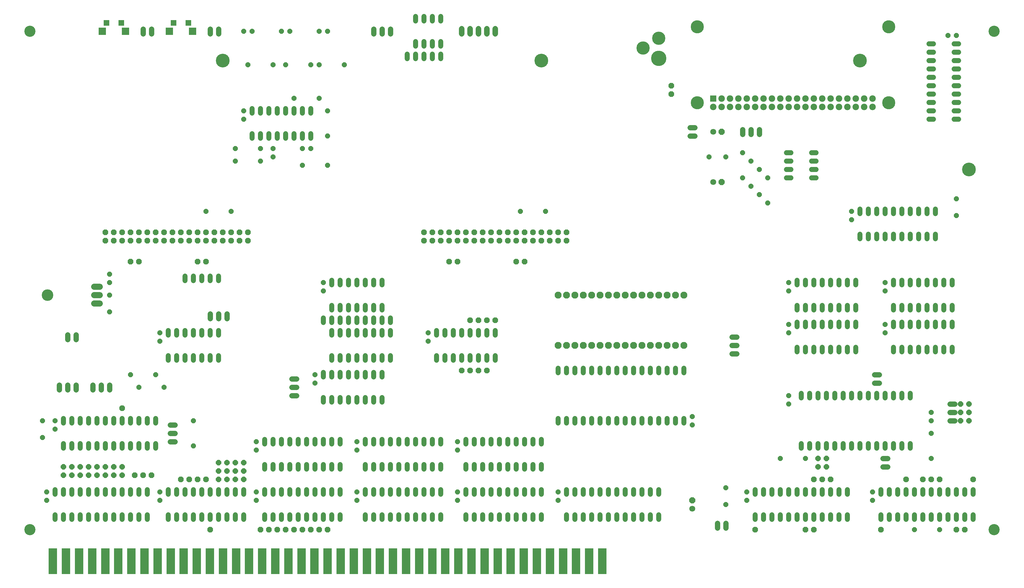
<source format=gts>
G04 EAGLE Gerber RS-274X export*
G75*
%MOMM*%
%FSLAX34Y34*%
%LPD*%
%INSoldermask Top*%
%IPPOS*%
%AMOC8*
5,1,8,0,0,1.08239X$1,22.5*%
G01*
%ADD10C,3.378200*%
%ADD11R,2.565400X7.823200*%
%ADD12C,1.524000*%
%ADD13P,1.759533X8X22.500000*%
%ADD14C,2.108200*%
%ADD15C,1.625600*%
%ADD16C,1.727200*%
%ADD17P,1.649562X8X292.500000*%
%ADD18P,1.649562X8X202.500000*%
%ADD19P,1.649562X8X112.500000*%
%ADD20R,1.727200X1.727200*%
%ADD21R,2.298700X2.298700*%
%ADD22P,1.869504X8X22.500000*%
%ADD23C,4.165600*%
%ADD24P,1.869504X8X202.500000*%
%ADD25R,1.981200X1.981200*%
%ADD26C,1.981200*%
%ADD27C,3.969200*%
%ADD28P,1.951982X8X112.500000*%
%ADD29C,1.803400*%
%ADD30P,1.951982X8X22.500000*%
%ADD31P,1.649562X8X22.500000*%
%ADD32P,1.759533X8X292.500000*%
%ADD33C,4.648200*%
%ADD34C,4.013200*%
%ADD35C,1.879600*%
%ADD36C,3.505200*%
%ADD37P,1.869504X8X112.500000*%
%ADD38P,1.759533X8X112.500000*%


D10*
X0Y0D03*
X2921000Y0D03*
X0Y1511300D03*
X2921000Y1511300D03*
D11*
X941324Y-95250D03*
X901700Y-95250D03*
X980948Y-95250D03*
X1020572Y-95250D03*
X1060196Y-95250D03*
X1099820Y-95250D03*
X1139444Y-95250D03*
X1179068Y-95250D03*
X1218692Y-95250D03*
X1258316Y-95250D03*
X1297940Y-95250D03*
X1337564Y-95250D03*
X1377188Y-95250D03*
X1416812Y-95250D03*
X1456436Y-95250D03*
X1496060Y-95250D03*
X1535684Y-95250D03*
X1575308Y-95250D03*
X1614932Y-95250D03*
X1654556Y-95250D03*
X1694180Y-95250D03*
X1733804Y-95250D03*
X69596Y-95250D03*
X109220Y-95250D03*
X148844Y-95250D03*
X188468Y-95250D03*
X228092Y-95250D03*
X267716Y-95250D03*
X307340Y-95250D03*
X346964Y-95250D03*
X386588Y-95250D03*
X426212Y-95250D03*
X465836Y-95250D03*
X505460Y-95250D03*
X545084Y-95250D03*
X584708Y-95250D03*
X624332Y-95250D03*
X663956Y-95250D03*
X703580Y-95250D03*
X743204Y-95250D03*
X782828Y-95250D03*
X822452Y-95250D03*
X862076Y-95250D03*
D12*
X1016000Y31496D02*
X1016000Y44704D01*
X1041400Y44704D02*
X1041400Y31496D01*
X1168400Y31496D02*
X1168400Y44704D01*
X1193800Y44704D02*
X1193800Y31496D01*
X1066800Y31496D02*
X1066800Y44704D01*
X1092200Y44704D02*
X1092200Y31496D01*
X1143000Y31496D02*
X1143000Y44704D01*
X1117600Y44704D02*
X1117600Y31496D01*
X1219200Y31496D02*
X1219200Y44704D01*
X1244600Y44704D02*
X1244600Y31496D01*
X1244600Y107696D02*
X1244600Y120904D01*
X1219200Y120904D02*
X1219200Y107696D01*
X1193800Y107696D02*
X1193800Y120904D01*
X1168400Y120904D02*
X1168400Y107696D01*
X1143000Y107696D02*
X1143000Y120904D01*
X1117600Y120904D02*
X1117600Y107696D01*
X1092200Y107696D02*
X1092200Y120904D01*
X1066800Y120904D02*
X1066800Y107696D01*
X1041400Y107696D02*
X1041400Y120904D01*
X1016000Y120904D02*
X1016000Y107696D01*
X711200Y44704D02*
X711200Y31496D01*
X736600Y31496D02*
X736600Y44704D01*
X863600Y44704D02*
X863600Y31496D01*
X889000Y31496D02*
X889000Y44704D01*
X762000Y44704D02*
X762000Y31496D01*
X787400Y31496D02*
X787400Y44704D01*
X838200Y44704D02*
X838200Y31496D01*
X812800Y31496D02*
X812800Y44704D01*
X914400Y44704D02*
X914400Y31496D01*
X939800Y31496D02*
X939800Y44704D01*
X939800Y107696D02*
X939800Y120904D01*
X914400Y120904D02*
X914400Y107696D01*
X889000Y107696D02*
X889000Y120904D01*
X863600Y120904D02*
X863600Y107696D01*
X838200Y107696D02*
X838200Y120904D01*
X812800Y120904D02*
X812800Y107696D01*
X787400Y107696D02*
X787400Y120904D01*
X762000Y120904D02*
X762000Y107696D01*
X736600Y107696D02*
X736600Y120904D01*
X711200Y120904D02*
X711200Y107696D01*
X419100Y44704D02*
X419100Y31496D01*
X444500Y31496D02*
X444500Y44704D01*
X571500Y44704D02*
X571500Y31496D01*
X596900Y31496D02*
X596900Y44704D01*
X469900Y44704D02*
X469900Y31496D01*
X495300Y31496D02*
X495300Y44704D01*
X546100Y44704D02*
X546100Y31496D01*
X520700Y31496D02*
X520700Y44704D01*
X622300Y44704D02*
X622300Y31496D01*
X647700Y31496D02*
X647700Y44704D01*
X647700Y107696D02*
X647700Y120904D01*
X622300Y120904D02*
X622300Y107696D01*
X596900Y107696D02*
X596900Y120904D01*
X571500Y120904D02*
X571500Y107696D01*
X546100Y107696D02*
X546100Y120904D01*
X520700Y120904D02*
X520700Y107696D01*
X495300Y107696D02*
X495300Y120904D01*
X469900Y120904D02*
X469900Y107696D01*
X444500Y107696D02*
X444500Y120904D01*
X419100Y120904D02*
X419100Y107696D01*
X1320800Y44704D02*
X1320800Y31496D01*
X1346200Y31496D02*
X1346200Y44704D01*
X1473200Y44704D02*
X1473200Y31496D01*
X1498600Y31496D02*
X1498600Y44704D01*
X1371600Y44704D02*
X1371600Y31496D01*
X1397000Y31496D02*
X1397000Y44704D01*
X1447800Y44704D02*
X1447800Y31496D01*
X1422400Y31496D02*
X1422400Y44704D01*
X1524000Y44704D02*
X1524000Y31496D01*
X1549400Y31496D02*
X1549400Y44704D01*
X1549400Y107696D02*
X1549400Y120904D01*
X1524000Y120904D02*
X1524000Y107696D01*
X1498600Y107696D02*
X1498600Y120904D01*
X1473200Y120904D02*
X1473200Y107696D01*
X1447800Y107696D02*
X1447800Y120904D01*
X1422400Y120904D02*
X1422400Y107696D01*
X1397000Y107696D02*
X1397000Y120904D01*
X1371600Y120904D02*
X1371600Y107696D01*
X1346200Y107696D02*
X1346200Y120904D01*
X1320800Y120904D02*
X1320800Y107696D01*
X101600Y247396D02*
X101600Y260604D01*
X127000Y260604D02*
X127000Y247396D01*
X152400Y247396D02*
X152400Y260604D01*
X177800Y260604D02*
X177800Y247396D01*
X203200Y247396D02*
X203200Y260604D01*
X228600Y260604D02*
X228600Y247396D01*
X254000Y247396D02*
X254000Y260604D01*
X279400Y260604D02*
X279400Y247396D01*
X304800Y247396D02*
X304800Y260604D01*
X330200Y260604D02*
X330200Y247396D01*
X355600Y247396D02*
X355600Y260604D01*
X381000Y260604D02*
X381000Y247396D01*
X381000Y323596D02*
X381000Y336804D01*
X355600Y336804D02*
X355600Y323596D01*
X330200Y323596D02*
X330200Y336804D01*
X304800Y336804D02*
X304800Y323596D01*
X279400Y323596D02*
X279400Y336804D01*
X254000Y336804D02*
X254000Y323596D01*
X228600Y323596D02*
X228600Y336804D01*
X203200Y336804D02*
X203200Y323596D01*
X177800Y323596D02*
X177800Y336804D01*
X152400Y336804D02*
X152400Y323596D01*
X127000Y323596D02*
X127000Y336804D01*
X101600Y336804D02*
X101600Y323596D01*
X1625600Y44704D02*
X1625600Y31496D01*
X1651000Y31496D02*
X1651000Y44704D01*
X1676400Y44704D02*
X1676400Y31496D01*
X1701800Y31496D02*
X1701800Y44704D01*
X1727200Y44704D02*
X1727200Y31496D01*
X1752600Y31496D02*
X1752600Y44704D01*
X1778000Y44704D02*
X1778000Y31496D01*
X1803400Y31496D02*
X1803400Y44704D01*
X1828800Y44704D02*
X1828800Y31496D01*
X1854200Y31496D02*
X1854200Y44704D01*
X1879600Y44704D02*
X1879600Y31496D01*
X1905000Y31496D02*
X1905000Y44704D01*
X1905000Y107696D02*
X1905000Y120904D01*
X1879600Y120904D02*
X1879600Y107696D01*
X1854200Y107696D02*
X1854200Y120904D01*
X1828800Y120904D02*
X1828800Y107696D01*
X1803400Y107696D02*
X1803400Y120904D01*
X1778000Y120904D02*
X1778000Y107696D01*
X1752600Y107696D02*
X1752600Y120904D01*
X1727200Y120904D02*
X1727200Y107696D01*
X1701800Y107696D02*
X1701800Y120904D01*
X1676400Y120904D02*
X1676400Y107696D01*
X1651000Y107696D02*
X1651000Y120904D01*
X1625600Y120904D02*
X1625600Y107696D01*
X76200Y44704D02*
X76200Y31496D01*
X101600Y31496D02*
X101600Y44704D01*
X127000Y44704D02*
X127000Y31496D01*
X152400Y31496D02*
X152400Y44704D01*
X177800Y44704D02*
X177800Y31496D01*
X203200Y31496D02*
X203200Y44704D01*
X228600Y44704D02*
X228600Y31496D01*
X254000Y31496D02*
X254000Y44704D01*
X279400Y44704D02*
X279400Y31496D01*
X304800Y31496D02*
X304800Y44704D01*
X330200Y44704D02*
X330200Y31496D01*
X355600Y31496D02*
X355600Y44704D01*
X355600Y107696D02*
X355600Y120904D01*
X330200Y120904D02*
X330200Y107696D01*
X304800Y107696D02*
X304800Y120904D01*
X279400Y120904D02*
X279400Y107696D01*
X254000Y107696D02*
X254000Y120904D01*
X228600Y120904D02*
X228600Y107696D01*
X203200Y107696D02*
X203200Y120904D01*
X177800Y120904D02*
X177800Y107696D01*
X152400Y107696D02*
X152400Y120904D01*
X127000Y120904D02*
X127000Y107696D01*
X101600Y107696D02*
X101600Y120904D01*
X76200Y120904D02*
X76200Y107696D01*
D13*
X101600Y165100D03*
X101600Y190500D03*
X127000Y165100D03*
X127000Y190500D03*
X152400Y165100D03*
X152400Y190500D03*
X177800Y165100D03*
X177800Y190500D03*
X203200Y165100D03*
X203200Y190500D03*
X228600Y165100D03*
X228600Y190500D03*
X254000Y165100D03*
X254000Y190500D03*
X279400Y165100D03*
X279400Y190500D03*
D14*
X1981200Y711200D03*
X1955800Y711200D03*
X1930400Y711200D03*
X1905000Y711200D03*
X1879600Y711200D03*
X1854200Y711200D03*
X1828800Y711200D03*
X1803400Y711200D03*
X1778000Y711200D03*
X1752600Y711200D03*
X1727200Y711200D03*
X1701800Y711200D03*
X1676400Y711200D03*
X1651000Y711200D03*
X1625600Y711200D03*
X1600200Y711200D03*
X1600200Y558800D03*
X1625600Y558800D03*
X1651000Y558800D03*
X1676400Y558800D03*
X1727200Y558800D03*
X1752600Y558800D03*
X1778000Y558800D03*
X1803400Y558800D03*
X1828800Y558800D03*
X1854200Y558800D03*
X1879600Y558800D03*
X1905000Y558800D03*
X1930400Y558800D03*
X1955800Y558800D03*
X1981200Y558800D03*
X1701800Y558800D03*
D12*
X1168400Y1466596D02*
X1168400Y1479804D01*
X1193800Y1479804D02*
X1193800Y1466596D01*
X1219200Y1466596D02*
X1219200Y1479804D01*
X1244600Y1479804D02*
X1244600Y1466596D01*
X1244600Y1542796D02*
X1244600Y1556004D01*
X1219200Y1556004D02*
X1219200Y1542796D01*
X1193800Y1542796D02*
X1193800Y1556004D01*
X1168400Y1556004D02*
X1168400Y1542796D01*
X1143000Y1441704D02*
X1143000Y1428496D01*
X1168400Y1428496D02*
X1168400Y1441704D01*
X1193800Y1441704D02*
X1193800Y1428496D01*
X1219200Y1428496D02*
X1219200Y1441704D01*
X1244600Y1441704D02*
X1244600Y1428496D01*
D15*
X2126488Y533400D02*
X2140712Y533400D01*
X2140712Y558800D02*
X2126488Y558800D01*
X2126488Y584200D02*
X2140712Y584200D01*
D16*
X1308100Y1503680D02*
X1308100Y1518920D01*
X1333500Y1518920D02*
X1333500Y1503680D01*
X1358900Y1503680D02*
X1358900Y1518920D01*
X1384300Y1518920D02*
X1384300Y1503680D01*
X1409700Y1503680D02*
X1409700Y1518920D01*
D12*
X1981200Y489204D02*
X1981200Y475996D01*
X1955800Y475996D02*
X1955800Y489204D01*
X1828800Y489204D02*
X1828800Y475996D01*
X1803400Y475996D02*
X1803400Y489204D01*
X1930400Y489204D02*
X1930400Y475996D01*
X1905000Y475996D02*
X1905000Y489204D01*
X1854200Y489204D02*
X1854200Y475996D01*
X1879600Y475996D02*
X1879600Y489204D01*
X1778000Y489204D02*
X1778000Y475996D01*
X1752600Y475996D02*
X1752600Y489204D01*
X1727200Y489204D02*
X1727200Y475996D01*
X1701800Y475996D02*
X1701800Y489204D01*
X1676400Y489204D02*
X1676400Y475996D01*
X1651000Y475996D02*
X1651000Y489204D01*
X1625600Y489204D02*
X1625600Y475996D01*
X1600200Y475996D02*
X1600200Y489204D01*
X1600200Y336804D02*
X1600200Y323596D01*
X1625600Y323596D02*
X1625600Y336804D01*
X1651000Y336804D02*
X1651000Y323596D01*
X1676400Y323596D02*
X1676400Y336804D01*
X1701800Y336804D02*
X1701800Y323596D01*
X1727200Y323596D02*
X1727200Y336804D01*
X1752600Y336804D02*
X1752600Y323596D01*
X1778000Y323596D02*
X1778000Y336804D01*
X1803400Y336804D02*
X1803400Y323596D01*
X1828800Y323596D02*
X1828800Y336804D01*
X1854200Y336804D02*
X1854200Y323596D01*
X1879600Y323596D02*
X1879600Y336804D01*
X1905000Y336804D02*
X1905000Y323596D01*
X1930400Y323596D02*
X1930400Y336804D01*
X1955800Y336804D02*
X1955800Y323596D01*
X1981200Y323596D02*
X1981200Y336804D01*
D15*
X807212Y457200D02*
X792988Y457200D01*
X792988Y431800D02*
X807212Y431800D01*
X807212Y406400D02*
X792988Y406400D01*
D12*
X914400Y666496D02*
X914400Y679704D01*
X939800Y679704D02*
X939800Y666496D01*
X1066800Y666496D02*
X1066800Y679704D01*
X1066800Y742696D02*
X1066800Y755904D01*
X965200Y679704D02*
X965200Y666496D01*
X990600Y666496D02*
X990600Y679704D01*
X1041400Y679704D02*
X1041400Y666496D01*
X1016000Y666496D02*
X1016000Y679704D01*
X1041400Y742696D02*
X1041400Y755904D01*
X1016000Y755904D02*
X1016000Y742696D01*
X990600Y742696D02*
X990600Y755904D01*
X965200Y755904D02*
X965200Y742696D01*
X939800Y742696D02*
X939800Y755904D01*
X914400Y755904D02*
X914400Y742696D01*
X914400Y527304D02*
X914400Y514096D01*
X939800Y514096D02*
X939800Y527304D01*
X1066800Y527304D02*
X1066800Y514096D01*
X1092200Y514096D02*
X1092200Y527304D01*
X965200Y527304D02*
X965200Y514096D01*
X990600Y514096D02*
X990600Y527304D01*
X1041400Y527304D02*
X1041400Y514096D01*
X1016000Y514096D02*
X1016000Y527304D01*
X1092200Y590296D02*
X1092200Y603504D01*
X1066800Y603504D02*
X1066800Y590296D01*
X1041400Y590296D02*
X1041400Y603504D01*
X1016000Y603504D02*
X1016000Y590296D01*
X990600Y590296D02*
X990600Y603504D01*
X965200Y603504D02*
X965200Y590296D01*
X939800Y590296D02*
X939800Y603504D01*
X914400Y603504D02*
X914400Y590296D01*
X889000Y628396D02*
X889000Y641604D01*
X914400Y641604D02*
X914400Y628396D01*
X939800Y628396D02*
X939800Y641604D01*
X965200Y641604D02*
X965200Y628396D01*
X990600Y628396D02*
X990600Y641604D01*
X1016000Y641604D02*
X1016000Y628396D01*
X1041400Y628396D02*
X1041400Y641604D01*
X1066800Y641604D02*
X1066800Y628396D01*
X1092200Y628396D02*
X1092200Y641604D01*
X889000Y400304D02*
X889000Y387096D01*
X914400Y387096D02*
X914400Y400304D01*
X1041400Y400304D02*
X1041400Y387096D01*
X1066800Y387096D02*
X1066800Y400304D01*
X939800Y400304D02*
X939800Y387096D01*
X965200Y387096D02*
X965200Y400304D01*
X1016000Y400304D02*
X1016000Y387096D01*
X990600Y387096D02*
X990600Y400304D01*
X1066800Y463296D02*
X1066800Y476504D01*
X1041400Y476504D02*
X1041400Y463296D01*
X1016000Y463296D02*
X1016000Y476504D01*
X990600Y476504D02*
X990600Y463296D01*
X965200Y463296D02*
X965200Y476504D01*
X939800Y476504D02*
X939800Y463296D01*
X914400Y463296D02*
X914400Y476504D01*
X889000Y476504D02*
X889000Y463296D01*
D15*
X438912Y317500D02*
X424688Y317500D01*
X424688Y292100D02*
X438912Y292100D01*
X438912Y266700D02*
X424688Y266700D01*
X546100Y640588D02*
X546100Y654812D01*
X571500Y654812D02*
X571500Y640588D01*
X596900Y640588D02*
X596900Y654812D01*
D17*
X1295400Y266700D03*
X1295400Y241300D03*
X393700Y596900D03*
X393700Y571500D03*
X1206500Y596900D03*
X1206500Y571500D03*
D18*
X2806700Y1498600D03*
X2781300Y1498600D03*
D17*
X889000Y749300D03*
X889000Y723900D03*
X2552700Y114300D03*
X2552700Y88900D03*
X2298700Y622300D03*
X2298700Y596900D03*
X863600Y469900D03*
X863600Y444500D03*
X50800Y114300D03*
X50800Y88900D03*
X393700Y114300D03*
X393700Y88900D03*
X990600Y114300D03*
X990600Y88900D03*
X685800Y114300D03*
X685800Y88900D03*
X76200Y330200D03*
X76200Y304800D03*
X1295400Y114300D03*
X1295400Y88900D03*
D19*
X2006600Y317500D03*
X2006600Y342900D03*
D17*
X1600200Y114300D03*
X1600200Y88900D03*
D20*
X276479Y1536446D03*
X231521Y1536446D03*
D21*
X289052Y1511554D03*
X218948Y1511554D03*
D20*
X479679Y1536446D03*
X434721Y1536446D03*
D21*
X492252Y1511554D03*
X422148Y1511554D03*
D15*
X368300Y1518412D02*
X368300Y1504188D01*
X342900Y1504188D02*
X342900Y1518412D01*
X571500Y1518412D02*
X571500Y1504188D01*
X546100Y1504188D02*
X546100Y1518412D01*
D18*
X736600Y1409700D03*
X660400Y1409700D03*
X673100Y1511300D03*
X647700Y1511300D03*
D19*
X495300Y254000D03*
X495300Y330200D03*
D22*
X279400Y368300D03*
X317500Y165100D03*
D18*
X787400Y1511300D03*
X762000Y1511300D03*
D15*
X1041400Y1504188D02*
X1041400Y1518412D01*
X1066800Y1518412D02*
X1066800Y1504188D01*
X1092200Y1504188D02*
X1092200Y1518412D01*
D23*
X2514600Y1422400D03*
X1549400Y1422400D03*
X2844800Y1092200D03*
D24*
X1625600Y901700D03*
X1600200Y901700D03*
X1574800Y901700D03*
X1549400Y901700D03*
X1524000Y901700D03*
X1498600Y901700D03*
X1625600Y876300D03*
X1600200Y876300D03*
X1574800Y876300D03*
X1549400Y876300D03*
X1524000Y876300D03*
X1498600Y876300D03*
X1473200Y901700D03*
X1473200Y876300D03*
X1447800Y901700D03*
X1422400Y901700D03*
X1397000Y901700D03*
X1371600Y901700D03*
X1346200Y901700D03*
X1320800Y901700D03*
X1447800Y876300D03*
X1422400Y876300D03*
X1397000Y876300D03*
X1371600Y876300D03*
X1346200Y876300D03*
X1320800Y876300D03*
X1295400Y901700D03*
X1295400Y876300D03*
X1270000Y901700D03*
X1244600Y901700D03*
X1219200Y901700D03*
X1193800Y901700D03*
X1270000Y876300D03*
X1244600Y876300D03*
X1219200Y876300D03*
X1193800Y876300D03*
D23*
X584200Y1422400D03*
D24*
X660400Y901700D03*
X635000Y901700D03*
X609600Y901700D03*
X584200Y901700D03*
X558800Y901700D03*
X533400Y901700D03*
X660400Y876300D03*
X635000Y876300D03*
X609600Y876300D03*
X584200Y876300D03*
X558800Y876300D03*
X533400Y876300D03*
X508000Y901700D03*
X508000Y876300D03*
X482600Y901700D03*
X457200Y901700D03*
X431800Y901700D03*
X406400Y901700D03*
X381000Y901700D03*
X355600Y901700D03*
X482600Y876300D03*
X457200Y876300D03*
X431800Y876300D03*
X406400Y876300D03*
X381000Y876300D03*
X355600Y876300D03*
X330200Y901700D03*
X330200Y876300D03*
X304800Y901700D03*
X279400Y901700D03*
X254000Y901700D03*
X228600Y901700D03*
X304800Y876300D03*
X279400Y876300D03*
X254000Y876300D03*
X228600Y876300D03*
D22*
X1473200Y812800D03*
X1498600Y812800D03*
X1270000Y812800D03*
X1295400Y812800D03*
X304800Y812800D03*
X330200Y812800D03*
X508000Y812800D03*
X533400Y812800D03*
X901700Y0D03*
X876300Y0D03*
X825500Y0D03*
X800100Y0D03*
X774700Y0D03*
X749300Y0D03*
X698500Y0D03*
X850900Y0D03*
D25*
X2070100Y1307400D03*
D26*
X2070100Y1282000D03*
X2095500Y1307400D03*
X2095500Y1282000D03*
X2120900Y1307400D03*
X2120900Y1282000D03*
X2146300Y1307400D03*
X2146300Y1282000D03*
X2171700Y1307400D03*
X2171700Y1282000D03*
X2197100Y1307400D03*
X2197100Y1282000D03*
X2222500Y1307400D03*
X2222500Y1282000D03*
X2247900Y1307400D03*
X2247900Y1282000D03*
X2273300Y1307400D03*
X2273300Y1282000D03*
X2298700Y1307400D03*
X2298700Y1282000D03*
X2324100Y1307400D03*
X2324100Y1282000D03*
X2349500Y1307400D03*
X2349500Y1282000D03*
X2374900Y1307400D03*
X2374900Y1282000D03*
X2400300Y1307400D03*
X2400300Y1282000D03*
X2425700Y1307400D03*
X2425700Y1282000D03*
X2451100Y1307400D03*
X2451100Y1282000D03*
X2476500Y1307400D03*
X2476500Y1282000D03*
X2501900Y1307400D03*
X2501900Y1282000D03*
X2527300Y1307400D03*
X2527300Y1282000D03*
X2552700Y1307400D03*
X2552700Y1282000D03*
D27*
X2021400Y1524700D03*
X2021400Y1294700D03*
X2601400Y1294700D03*
X2601400Y1524700D03*
D17*
X990600Y266700D03*
X990600Y241300D03*
X685800Y266700D03*
X685800Y241300D03*
X2590800Y622300D03*
X2590800Y596900D03*
X2298700Y749300D03*
X2298700Y723900D03*
D28*
X2006600Y88900D03*
D29*
X2006600Y63500D03*
D30*
X2095500Y1054100D03*
D29*
X2070100Y1054100D03*
D17*
X2590800Y749300D03*
X2590800Y723900D03*
D12*
X2723896Y1473200D02*
X2737104Y1473200D01*
X2737104Y1447800D02*
X2723896Y1447800D01*
X2723896Y1320800D02*
X2737104Y1320800D01*
X2737104Y1295400D02*
X2723896Y1295400D01*
X2723896Y1422400D02*
X2737104Y1422400D01*
X2737104Y1397000D02*
X2723896Y1397000D01*
X2723896Y1346200D02*
X2737104Y1346200D01*
X2737104Y1371600D02*
X2723896Y1371600D01*
X2723896Y1270000D02*
X2737104Y1270000D01*
X2737104Y1244600D02*
X2723896Y1244600D01*
X2800096Y1244600D02*
X2813304Y1244600D01*
X2813304Y1270000D02*
X2800096Y1270000D01*
X2800096Y1295400D02*
X2813304Y1295400D01*
X2813304Y1320800D02*
X2800096Y1320800D01*
X2800096Y1346200D02*
X2813304Y1346200D01*
X2813304Y1371600D02*
X2800096Y1371600D01*
X2800096Y1397000D02*
X2813304Y1397000D01*
X2813304Y1422400D02*
X2800096Y1422400D01*
X2800096Y1447800D02*
X2813304Y1447800D01*
X2813304Y1473200D02*
X2800096Y1473200D01*
D31*
X2057400Y1130300D03*
X2108200Y1130300D03*
D19*
X2806700Y952500D03*
X2806700Y1003300D03*
D17*
X38100Y330200D03*
X38100Y279400D03*
X2108200Y127000D03*
X2108200Y76200D03*
D18*
X901700Y1104900D03*
X825500Y1104900D03*
X901700Y1511300D03*
X876300Y1511300D03*
D12*
X673100Y1200404D02*
X673100Y1187196D01*
X698500Y1187196D02*
X698500Y1200404D01*
X825500Y1200404D02*
X825500Y1187196D01*
X850900Y1187196D02*
X850900Y1200404D01*
X723900Y1200404D02*
X723900Y1187196D01*
X749300Y1187196D02*
X749300Y1200404D01*
X800100Y1200404D02*
X800100Y1187196D01*
X774700Y1187196D02*
X774700Y1200404D01*
X850900Y1263396D02*
X850900Y1276604D01*
X825500Y1276604D02*
X825500Y1263396D01*
X800100Y1263396D02*
X800100Y1276604D01*
X774700Y1276604D02*
X774700Y1263396D01*
X749300Y1263396D02*
X749300Y1276604D01*
X723900Y1276604D02*
X723900Y1263396D01*
X698500Y1263396D02*
X698500Y1276604D01*
X673100Y1276604D02*
X673100Y1263396D01*
D18*
X698500Y1155700D03*
X622300Y1155700D03*
D19*
X736600Y1130300D03*
X736600Y1155700D03*
D18*
X698500Y1117600D03*
X622300Y1117600D03*
D31*
X774700Y1409700D03*
X850900Y1409700D03*
X800100Y1308100D03*
X876300Y1308100D03*
X825500Y1155700D03*
X850900Y1155700D03*
D19*
X901700Y1193800D03*
X901700Y1270000D03*
D31*
X876300Y1409700D03*
X952500Y1409700D03*
D17*
X647700Y1270000D03*
X647700Y1244600D03*
D32*
X571500Y203200D03*
X596900Y203200D03*
X571500Y177800D03*
X596900Y177800D03*
X571500Y152400D03*
X596900Y152400D03*
X622300Y203200D03*
X647700Y203200D03*
X622300Y177800D03*
X647700Y177800D03*
X622300Y152400D03*
X647700Y152400D03*
D12*
X419100Y514096D02*
X419100Y527304D01*
X444500Y527304D02*
X444500Y514096D01*
X571500Y514096D02*
X571500Y527304D01*
X571500Y590296D02*
X571500Y603504D01*
X469900Y527304D02*
X469900Y514096D01*
X495300Y514096D02*
X495300Y527304D01*
X546100Y527304D02*
X546100Y514096D01*
X520700Y514096D02*
X520700Y527304D01*
X546100Y590296D02*
X546100Y603504D01*
X520700Y603504D02*
X520700Y590296D01*
X495300Y590296D02*
X495300Y603504D01*
X469900Y603504D02*
X469900Y590296D01*
X444500Y590296D02*
X444500Y603504D01*
X419100Y603504D02*
X419100Y590296D01*
D15*
X2108200Y19812D02*
X2108200Y5588D01*
X2082800Y5588D02*
X2082800Y19812D01*
D22*
X723900Y0D03*
D31*
X2679700Y0D03*
X2755900Y0D03*
D12*
X571500Y755396D02*
X571500Y768604D01*
X546100Y768604D02*
X546100Y755396D01*
X520700Y755396D02*
X520700Y768604D01*
X495300Y768604D02*
X495300Y755396D01*
X469900Y755396D02*
X469900Y768604D01*
D15*
X1999488Y1193800D02*
X2013712Y1193800D01*
X2013712Y1219200D02*
X1999488Y1219200D01*
D33*
X1905000Y1429500D03*
D34*
X1905000Y1490500D03*
X1857000Y1460500D03*
D30*
X2095500Y1206500D03*
D29*
X2070100Y1206500D03*
D18*
X609600Y965200D03*
X533400Y965200D03*
X1562100Y965200D03*
X1485900Y965200D03*
D22*
X546100Y0D03*
X368300Y165100D03*
X342900Y165100D03*
D31*
X330200Y431800D03*
X406400Y431800D03*
X304800Y469900D03*
X381000Y469900D03*
D15*
X88900Y438912D02*
X88900Y424688D01*
X114300Y424688D02*
X114300Y438912D01*
X139700Y438912D02*
X139700Y424688D01*
D35*
X194818Y685800D02*
X211582Y685800D01*
X211582Y711200D02*
X194818Y711200D01*
X194818Y736600D02*
X211582Y736600D01*
D36*
X53340Y711200D03*
D19*
X241300Y660400D03*
X241300Y711200D03*
D15*
X114300Y591312D02*
X114300Y577088D01*
X139700Y577088D02*
X139700Y591312D01*
D17*
X241300Y774700D03*
X241300Y749300D03*
D12*
X2368296Y1117600D02*
X2381504Y1117600D01*
X2305304Y1117600D02*
X2292096Y1117600D01*
D17*
X2184400Y1117600D03*
X2184400Y1041400D03*
D22*
X508000Y152400D03*
X533400Y152400D03*
X482600Y152400D03*
X457200Y152400D03*
D12*
X1016000Y183896D02*
X1016000Y197104D01*
X1041400Y197104D02*
X1041400Y183896D01*
X1168400Y183896D02*
X1168400Y197104D01*
X1193800Y197104D02*
X1193800Y183896D01*
X1066800Y183896D02*
X1066800Y197104D01*
X1092200Y197104D02*
X1092200Y183896D01*
X1143000Y183896D02*
X1143000Y197104D01*
X1117600Y197104D02*
X1117600Y183896D01*
X1219200Y183896D02*
X1219200Y197104D01*
X1244600Y197104D02*
X1244600Y183896D01*
X1244600Y260096D02*
X1244600Y273304D01*
X1219200Y273304D02*
X1219200Y260096D01*
X1193800Y260096D02*
X1193800Y273304D01*
X1168400Y273304D02*
X1168400Y260096D01*
X1143000Y260096D02*
X1143000Y273304D01*
X1117600Y273304D02*
X1117600Y260096D01*
X1092200Y260096D02*
X1092200Y273304D01*
X1066800Y273304D02*
X1066800Y260096D01*
X1041400Y260096D02*
X1041400Y273304D01*
X1016000Y273304D02*
X1016000Y260096D01*
X711200Y197104D02*
X711200Y183896D01*
X736600Y183896D02*
X736600Y197104D01*
X863600Y197104D02*
X863600Y183896D01*
X889000Y183896D02*
X889000Y197104D01*
X762000Y197104D02*
X762000Y183896D01*
X787400Y183896D02*
X787400Y197104D01*
X838200Y197104D02*
X838200Y183896D01*
X812800Y183896D02*
X812800Y197104D01*
X914400Y197104D02*
X914400Y183896D01*
X939800Y183896D02*
X939800Y197104D01*
X939800Y260096D02*
X939800Y273304D01*
X914400Y273304D02*
X914400Y260096D01*
X889000Y260096D02*
X889000Y273304D01*
X863600Y273304D02*
X863600Y260096D01*
X838200Y260096D02*
X838200Y273304D01*
X812800Y273304D02*
X812800Y260096D01*
X787400Y260096D02*
X787400Y273304D01*
X762000Y273304D02*
X762000Y260096D01*
X736600Y260096D02*
X736600Y273304D01*
X711200Y273304D02*
X711200Y260096D01*
X1320800Y197104D02*
X1320800Y183896D01*
X1346200Y183896D02*
X1346200Y197104D01*
X1473200Y197104D02*
X1473200Y183896D01*
X1498600Y183896D02*
X1498600Y197104D01*
X1371600Y197104D02*
X1371600Y183896D01*
X1397000Y183896D02*
X1397000Y197104D01*
X1447800Y197104D02*
X1447800Y183896D01*
X1422400Y183896D02*
X1422400Y197104D01*
X1524000Y197104D02*
X1524000Y183896D01*
X1549400Y183896D02*
X1549400Y197104D01*
X1549400Y260096D02*
X1549400Y273304D01*
X1524000Y273304D02*
X1524000Y260096D01*
X1498600Y260096D02*
X1498600Y273304D01*
X1473200Y273304D02*
X1473200Y260096D01*
X1447800Y260096D02*
X1447800Y273304D01*
X1422400Y273304D02*
X1422400Y260096D01*
X1397000Y260096D02*
X1397000Y273304D01*
X1371600Y273304D02*
X1371600Y260096D01*
X1346200Y260096D02*
X1346200Y273304D01*
X1320800Y273304D02*
X1320800Y260096D01*
X2616200Y539496D02*
X2616200Y552704D01*
X2641600Y552704D02*
X2641600Y539496D01*
X2768600Y539496D02*
X2768600Y552704D01*
X2794000Y552704D02*
X2794000Y539496D01*
X2667000Y539496D02*
X2667000Y552704D01*
X2692400Y552704D02*
X2692400Y539496D01*
X2743200Y539496D02*
X2743200Y552704D01*
X2717800Y552704D02*
X2717800Y539496D01*
X2794000Y615696D02*
X2794000Y628904D01*
X2768600Y628904D02*
X2768600Y615696D01*
X2743200Y615696D02*
X2743200Y628904D01*
X2717800Y628904D02*
X2717800Y615696D01*
X2692400Y615696D02*
X2692400Y628904D01*
X2667000Y628904D02*
X2667000Y615696D01*
X2641600Y615696D02*
X2641600Y628904D01*
X2616200Y628904D02*
X2616200Y615696D01*
X2616200Y666496D02*
X2616200Y679704D01*
X2641600Y679704D02*
X2641600Y666496D01*
X2768600Y666496D02*
X2768600Y679704D01*
X2794000Y679704D02*
X2794000Y666496D01*
X2667000Y666496D02*
X2667000Y679704D01*
X2692400Y679704D02*
X2692400Y666496D01*
X2743200Y666496D02*
X2743200Y679704D01*
X2717800Y679704D02*
X2717800Y666496D01*
X2794000Y742696D02*
X2794000Y755904D01*
X2768600Y755904D02*
X2768600Y742696D01*
X2743200Y742696D02*
X2743200Y755904D01*
X2717800Y755904D02*
X2717800Y742696D01*
X2692400Y742696D02*
X2692400Y755904D01*
X2667000Y755904D02*
X2667000Y742696D01*
X2641600Y742696D02*
X2641600Y755904D01*
X2616200Y755904D02*
X2616200Y742696D01*
X2324100Y552704D02*
X2324100Y539496D01*
X2349500Y539496D02*
X2349500Y552704D01*
X2476500Y552704D02*
X2476500Y539496D01*
X2501900Y539496D02*
X2501900Y552704D01*
X2374900Y552704D02*
X2374900Y539496D01*
X2400300Y539496D02*
X2400300Y552704D01*
X2451100Y552704D02*
X2451100Y539496D01*
X2425700Y539496D02*
X2425700Y552704D01*
X2501900Y615696D02*
X2501900Y628904D01*
X2476500Y628904D02*
X2476500Y615696D01*
X2451100Y615696D02*
X2451100Y628904D01*
X2425700Y628904D02*
X2425700Y615696D01*
X2400300Y615696D02*
X2400300Y628904D01*
X2374900Y628904D02*
X2374900Y615696D01*
X2349500Y615696D02*
X2349500Y628904D01*
X2324100Y628904D02*
X2324100Y615696D01*
X2324100Y666496D02*
X2324100Y679704D01*
X2349500Y679704D02*
X2349500Y666496D01*
X2476500Y666496D02*
X2476500Y679704D01*
X2501900Y679704D02*
X2501900Y666496D01*
X2374900Y666496D02*
X2374900Y679704D01*
X2400300Y679704D02*
X2400300Y666496D01*
X2451100Y666496D02*
X2451100Y679704D01*
X2425700Y679704D02*
X2425700Y666496D01*
X2501900Y742696D02*
X2501900Y755904D01*
X2476500Y755904D02*
X2476500Y742696D01*
X2451100Y742696D02*
X2451100Y755904D01*
X2425700Y755904D02*
X2425700Y742696D01*
X2400300Y742696D02*
X2400300Y755904D01*
X2374900Y755904D02*
X2374900Y742696D01*
X2349500Y742696D02*
X2349500Y755904D01*
X2324100Y755904D02*
X2324100Y742696D01*
X2336800Y260604D02*
X2336800Y247396D01*
X2362200Y247396D02*
X2362200Y260604D01*
X2387600Y260604D02*
X2387600Y247396D01*
X2413000Y247396D02*
X2413000Y260604D01*
X2438400Y260604D02*
X2438400Y247396D01*
X2463800Y247396D02*
X2463800Y260604D01*
X2489200Y260604D02*
X2489200Y247396D01*
X2514600Y247396D02*
X2514600Y260604D01*
X2540000Y260604D02*
X2540000Y247396D01*
X2565400Y247396D02*
X2565400Y260604D01*
X2590800Y260604D02*
X2590800Y247396D01*
X2616200Y247396D02*
X2616200Y260604D01*
X2641600Y260604D02*
X2641600Y247396D01*
X2667000Y247396D02*
X2667000Y260604D01*
X2667000Y399796D02*
X2667000Y413004D01*
X2641600Y413004D02*
X2641600Y399796D01*
X2616200Y399796D02*
X2616200Y413004D01*
X2590800Y413004D02*
X2590800Y399796D01*
X2565400Y399796D02*
X2565400Y413004D01*
X2540000Y413004D02*
X2540000Y399796D01*
X2514600Y399796D02*
X2514600Y413004D01*
X2489200Y413004D02*
X2489200Y399796D01*
X2463800Y399796D02*
X2463800Y413004D01*
X2438400Y413004D02*
X2438400Y399796D01*
X2413000Y399796D02*
X2413000Y413004D01*
X2387600Y413004D02*
X2387600Y399796D01*
X2362200Y399796D02*
X2362200Y413004D01*
X2336800Y413004D02*
X2336800Y399796D01*
D17*
X2209800Y1092200D03*
X2209800Y1016000D03*
X2235200Y1066800D03*
X2235200Y990600D03*
D12*
X2368296Y1092200D02*
X2381504Y1092200D01*
X2305304Y1092200D02*
X2292096Y1092200D01*
X2368296Y1066800D02*
X2381504Y1066800D01*
X2305304Y1066800D02*
X2292096Y1066800D01*
D19*
X2730500Y215900D03*
X2730500Y292100D03*
X2730500Y330200D03*
X2730500Y355600D03*
D12*
X2197100Y44704D02*
X2197100Y31496D01*
X2222500Y31496D02*
X2222500Y44704D01*
X2247900Y44704D02*
X2247900Y31496D01*
X2273300Y31496D02*
X2273300Y44704D01*
X2298700Y44704D02*
X2298700Y31496D01*
X2324100Y31496D02*
X2324100Y44704D01*
X2349500Y44704D02*
X2349500Y31496D01*
X2374900Y31496D02*
X2374900Y44704D01*
X2400300Y44704D02*
X2400300Y31496D01*
X2425700Y31496D02*
X2425700Y44704D01*
X2451100Y44704D02*
X2451100Y31496D01*
X2476500Y31496D02*
X2476500Y44704D01*
X2476500Y107696D02*
X2476500Y120904D01*
X2451100Y120904D02*
X2451100Y107696D01*
X2425700Y107696D02*
X2425700Y120904D01*
X2400300Y120904D02*
X2400300Y107696D01*
X2374900Y107696D02*
X2374900Y120904D01*
X2349500Y120904D02*
X2349500Y107696D01*
X2324100Y107696D02*
X2324100Y120904D01*
X2298700Y120904D02*
X2298700Y107696D01*
X2273300Y107696D02*
X2273300Y120904D01*
X2247900Y120904D02*
X2247900Y107696D01*
X2222500Y107696D02*
X2222500Y120904D01*
X2197100Y120904D02*
X2197100Y107696D01*
D37*
X2400300Y152400D03*
X2425700Y152400D03*
D17*
X2298700Y406400D03*
X2298700Y381000D03*
X2171700Y114300D03*
X2171700Y88900D03*
D18*
X2349500Y215900D03*
X2273300Y215900D03*
D13*
X2387600Y190500D03*
X2387600Y215900D03*
X2413000Y190500D03*
X2413000Y215900D03*
D22*
X1943100Y1320800D03*
X1943100Y1346200D03*
D15*
X2558288Y469900D02*
X2572512Y469900D01*
X2572512Y444500D02*
X2558288Y444500D01*
X2583688Y190500D02*
X2597912Y190500D01*
X2597912Y215900D02*
X2583688Y215900D01*
D22*
X2374900Y152400D03*
X2197100Y0D03*
X2349500Y0D03*
X2374900Y0D03*
D12*
X2578100Y31496D02*
X2578100Y44704D01*
X2603500Y44704D02*
X2603500Y31496D01*
X2628900Y31496D02*
X2628900Y44704D01*
X2654300Y44704D02*
X2654300Y31496D01*
X2679700Y31496D02*
X2679700Y44704D01*
X2705100Y44704D02*
X2705100Y31496D01*
X2730500Y31496D02*
X2730500Y44704D01*
X2755900Y44704D02*
X2755900Y31496D01*
X2781300Y31496D02*
X2781300Y44704D01*
X2806700Y44704D02*
X2806700Y31496D01*
X2832100Y31496D02*
X2832100Y44704D01*
X2857500Y44704D02*
X2857500Y31496D01*
X2857500Y107696D02*
X2857500Y120904D01*
X2832100Y120904D02*
X2832100Y107696D01*
X2806700Y107696D02*
X2806700Y120904D01*
X2781300Y120904D02*
X2781300Y107696D01*
X2755900Y107696D02*
X2755900Y120904D01*
X2730500Y120904D02*
X2730500Y107696D01*
X2705100Y107696D02*
X2705100Y120904D01*
X2679700Y120904D02*
X2679700Y107696D01*
X2654300Y107696D02*
X2654300Y120904D01*
X2628900Y120904D02*
X2628900Y107696D01*
X2603500Y107696D02*
X2603500Y120904D01*
X2578100Y120904D02*
X2578100Y107696D01*
D22*
X2654300Y152400D03*
X2578100Y0D03*
D38*
X2844800Y330200D03*
X2819400Y330200D03*
X2844800Y355600D03*
X2819400Y355600D03*
X2844800Y381000D03*
X2819400Y381000D03*
D15*
X2801112Y330200D02*
X2786888Y330200D01*
X2786888Y355600D02*
X2801112Y355600D01*
X2801112Y381000D02*
X2786888Y381000D01*
D12*
X2514600Y882396D02*
X2514600Y895604D01*
X2540000Y895604D02*
X2540000Y882396D01*
X2667000Y882396D02*
X2667000Y895604D01*
X2692400Y895604D02*
X2692400Y882396D01*
X2565400Y882396D02*
X2565400Y895604D01*
X2590800Y895604D02*
X2590800Y882396D01*
X2641600Y882396D02*
X2641600Y895604D01*
X2616200Y895604D02*
X2616200Y882396D01*
X2717800Y882396D02*
X2717800Y895604D01*
X2743200Y895604D02*
X2743200Y882396D01*
X2743200Y958596D02*
X2743200Y971804D01*
X2717800Y971804D02*
X2717800Y958596D01*
X2692400Y958596D02*
X2692400Y971804D01*
X2667000Y971804D02*
X2667000Y958596D01*
X2641600Y958596D02*
X2641600Y971804D01*
X2616200Y971804D02*
X2616200Y958596D01*
X2590800Y958596D02*
X2590800Y971804D01*
X2565400Y971804D02*
X2565400Y958596D01*
X2540000Y958596D02*
X2540000Y971804D01*
X2514600Y971804D02*
X2514600Y958596D01*
D17*
X2489200Y965200D03*
X2489200Y939800D03*
D12*
X1231900Y527304D02*
X1231900Y514096D01*
X1257300Y514096D02*
X1257300Y527304D01*
X1384300Y527304D02*
X1384300Y514096D01*
X1409700Y514096D02*
X1409700Y527304D01*
X1282700Y527304D02*
X1282700Y514096D01*
X1308100Y514096D02*
X1308100Y527304D01*
X1358900Y527304D02*
X1358900Y514096D01*
X1333500Y514096D02*
X1333500Y527304D01*
X1409700Y590296D02*
X1409700Y603504D01*
X1384300Y603504D02*
X1384300Y590296D01*
X1358900Y590296D02*
X1358900Y603504D01*
X1333500Y603504D02*
X1333500Y590296D01*
X1308100Y590296D02*
X1308100Y603504D01*
X1282700Y603504D02*
X1282700Y590296D01*
X1257300Y590296D02*
X1257300Y603504D01*
X1231900Y603504D02*
X1231900Y590296D01*
D22*
X1333500Y635000D03*
X1358900Y635000D03*
X1308100Y482600D03*
X1333500Y482600D03*
X1409700Y635000D03*
X1384300Y635000D03*
X1384300Y482600D03*
X1358900Y482600D03*
D15*
X190500Y438912D02*
X190500Y424688D01*
X215900Y424688D02*
X215900Y438912D01*
X241300Y438912D02*
X241300Y424688D01*
D22*
X2806700Y0D03*
X2832100Y0D03*
X2705100Y152400D03*
X2730500Y152400D03*
X2857500Y152400D03*
X2755900Y152400D03*
D15*
X2159000Y1199388D02*
X2159000Y1213612D01*
X2184400Y1213612D02*
X2184400Y1199388D01*
X2209800Y1199388D02*
X2209800Y1213612D01*
D17*
X2159000Y1143000D03*
X2159000Y1066800D03*
D12*
X2368296Y1143000D02*
X2381504Y1143000D01*
X2305304Y1143000D02*
X2292096Y1143000D01*
M02*

</source>
